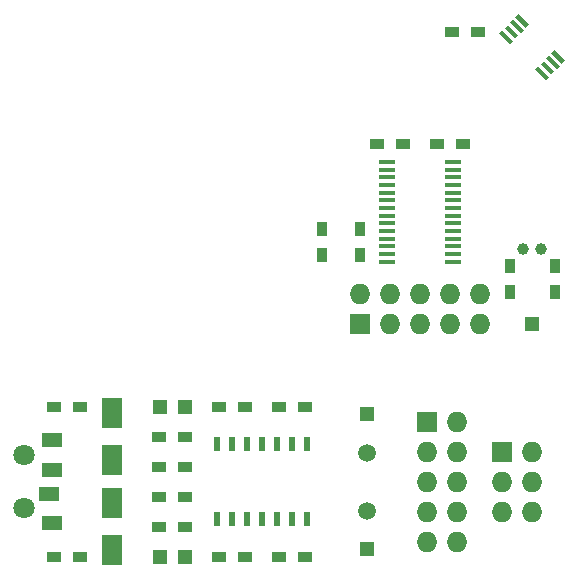
<source format=gts>
%FSLAX46Y46*%
G04 Gerber Fmt 4.6, Leading zero omitted, Abs format (unit mm)*
G04 Created by KiCad (PCBNEW (2014-10-11 BZR 5175)-product) date Fri 31 Oct 2014 19:34:31 GMT*
%MOMM*%
G01*
G04 APERTURE LIST*
%ADD10C,0.100000*%
%ADD11R,1.700000X1.300000*%
%ADD12C,1.800000*%
%ADD13R,1.200000X0.900000*%
%ADD14R,0.900000X1.200000*%
%ADD15R,1.198880X1.198880*%
%ADD16R,1.727200X1.727200*%
%ADD17O,1.727200X1.727200*%
%ADD18R,1.470660X0.419100*%
%ADD19R,0.508000X1.143000*%
%ADD20R,1.800860X2.499360*%
%ADD21C,1.501140*%
%ADD22R,1.270000X1.270000*%
%ADD23C,1.000760*%
G04 APERTURE END LIST*
D10*
D11*
X25400000Y-162870000D03*
X25400000Y-165370000D03*
X25170000Y-167370000D03*
X25400000Y-169870000D03*
D12*
X23050000Y-164120000D03*
X23050000Y-168620000D03*
D13*
X27770000Y-172720000D03*
X25570000Y-172720000D03*
D14*
X51435000Y-147150000D03*
X51435000Y-144950000D03*
D13*
X46820000Y-160020000D03*
X44620000Y-160020000D03*
D14*
X67945000Y-150325000D03*
X67945000Y-148125000D03*
D13*
X44620000Y-172720000D03*
X46820000Y-172720000D03*
D14*
X64135000Y-150325000D03*
X64135000Y-148125000D03*
D13*
X39540000Y-160020000D03*
X41740000Y-160020000D03*
D15*
X34510980Y-172720000D03*
X36609020Y-172720000D03*
X34510980Y-160020000D03*
X36609020Y-160020000D03*
D16*
X63500000Y-163830000D03*
D17*
X66040000Y-163830000D03*
X63500000Y-166370000D03*
X66040000Y-166370000D03*
X63500000Y-168910000D03*
X66040000Y-168910000D03*
D13*
X34460000Y-170180000D03*
X36660000Y-170180000D03*
X36660000Y-165100000D03*
X34460000Y-165100000D03*
X36660000Y-167640000D03*
X34460000Y-167640000D03*
X41740000Y-172720000D03*
X39540000Y-172720000D03*
X34460000Y-162560000D03*
X36660000Y-162560000D03*
X25570000Y-160020000D03*
X27770000Y-160020000D03*
D14*
X48260000Y-144950000D03*
X48260000Y-147150000D03*
D18*
X59314080Y-143835120D03*
X59314080Y-143184880D03*
X59314080Y-142534640D03*
X59314080Y-141884400D03*
X53721000Y-145775680D03*
X59314080Y-145785840D03*
X59314080Y-145135600D03*
X59314080Y-144485360D03*
X53715920Y-141234160D03*
X53715920Y-141884400D03*
X53715920Y-142534640D03*
X53715920Y-143184880D03*
X53715920Y-143835120D03*
X53715920Y-144485360D03*
X59314080Y-141234160D03*
X53721000Y-145135600D03*
X59314080Y-146436080D03*
X59314080Y-140583920D03*
X53715920Y-140583920D03*
X53715920Y-146436080D03*
X59314080Y-147083780D03*
X59314080Y-139936220D03*
X53715920Y-139936220D03*
X53715920Y-147083780D03*
X59314080Y-147734020D03*
X59314080Y-139285980D03*
X53715920Y-139285980D03*
X53715920Y-147734020D03*
D19*
X46990000Y-163195000D03*
X45720000Y-163195000D03*
X44450000Y-163195000D03*
X43180000Y-163195000D03*
X41910000Y-163195000D03*
X40640000Y-163195000D03*
X39370000Y-163195000D03*
X39370000Y-169545000D03*
X40640000Y-169545000D03*
X43180000Y-169545000D03*
X44450000Y-169545000D03*
X45720000Y-169545000D03*
X46990000Y-169545000D03*
X41910000Y-169545000D03*
D16*
X57150000Y-161290000D03*
D17*
X59690000Y-161290000D03*
X57150000Y-163830000D03*
X59690000Y-163830000D03*
X57150000Y-166370000D03*
X59690000Y-166370000D03*
X57150000Y-168910000D03*
X59690000Y-168910000D03*
X57150000Y-171450000D03*
X59690000Y-171450000D03*
D16*
X51435000Y-153035000D03*
D17*
X51435000Y-150495000D03*
X53975000Y-153035000D03*
X53975000Y-150495000D03*
X56515000Y-153035000D03*
X56515000Y-150495000D03*
X59055000Y-153035000D03*
X59055000Y-150495000D03*
X61595000Y-153035000D03*
X61595000Y-150495000D03*
D20*
X30480000Y-172178980D03*
X30480000Y-168181020D03*
X30480000Y-164558980D03*
X30480000Y-160561020D03*
D21*
X52070000Y-168810940D03*
X52070000Y-163929060D03*
D22*
X52070000Y-172085000D03*
X52070000Y-160655000D03*
D23*
X66789300Y-146685000D03*
X65290700Y-146685000D03*
D22*
X66040000Y-153035000D03*
D13*
X61425000Y-128270000D03*
X59225000Y-128270000D03*
X57955000Y-137795000D03*
X60155000Y-137795000D03*
X55075000Y-137795000D03*
X52875000Y-137795000D03*
D10*
G36*
X67191269Y-132340044D02*
X66293243Y-131442018D01*
X66562651Y-131172610D01*
X67460677Y-132070636D01*
X67191269Y-132340044D01*
X67191269Y-132340044D01*
G37*
G36*
X67651058Y-131880255D02*
X66753032Y-130982229D01*
X67022440Y-130712821D01*
X67920466Y-131610847D01*
X67651058Y-131880255D01*
X67651058Y-131880255D01*
G37*
G36*
X68110847Y-131420466D02*
X67212821Y-130522440D01*
X67482229Y-130253032D01*
X68380255Y-131151058D01*
X68110847Y-131420466D01*
X68110847Y-131420466D01*
G37*
G36*
X68570636Y-130960677D02*
X67672610Y-130062651D01*
X67942018Y-129793243D01*
X68840044Y-130691269D01*
X68570636Y-130960677D01*
X68570636Y-130960677D01*
G37*
G36*
X65517349Y-127907390D02*
X64619323Y-127009364D01*
X64888731Y-126739956D01*
X65786757Y-127637982D01*
X65517349Y-127907390D01*
X65517349Y-127907390D01*
G37*
G36*
X65057560Y-128367179D02*
X64159534Y-127469153D01*
X64428942Y-127199745D01*
X65326968Y-128097771D01*
X65057560Y-128367179D01*
X65057560Y-128367179D01*
G37*
G36*
X64597771Y-128826968D02*
X63699745Y-127928942D01*
X63969153Y-127659534D01*
X64867179Y-128557560D01*
X64597771Y-128826968D01*
X64597771Y-128826968D01*
G37*
G36*
X64137982Y-129286757D02*
X63239956Y-128388731D01*
X63509364Y-128119323D01*
X64407390Y-129017349D01*
X64137982Y-129286757D01*
X64137982Y-129286757D01*
G37*
M02*

</source>
